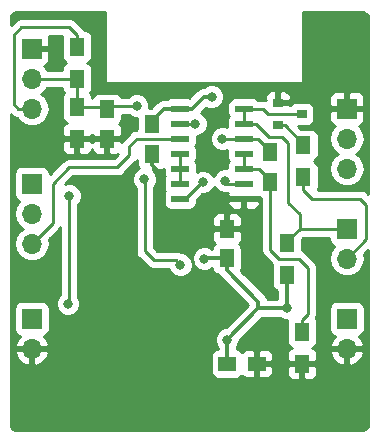
<source format=gbr>
G04 #@! TF.GenerationSoftware,KiCad,Pcbnew,(5.0.1-3-g963ef8bb5)*
G04 #@! TF.CreationDate,2019-01-23T22:51:25-05:00*
G04 #@! TF.ProjectId,WaterSpill,57617465725370696C6C2E6B69636164,rev?*
G04 #@! TF.SameCoordinates,Original*
G04 #@! TF.FileFunction,Copper,L2,Bot,Signal*
G04 #@! TF.FilePolarity,Positive*
%FSLAX46Y46*%
G04 Gerber Fmt 4.6, Leading zero omitted, Abs format (unit mm)*
G04 Created by KiCad (PCBNEW (5.0.1-3-g963ef8bb5)) date Wednesday, January 23, 2019 at 10:51:25 pm*
%MOMM*%
%LPD*%
G01*
G04 APERTURE LIST*
G04 #@! TA.AperFunction,ComponentPad*
%ADD10O,1.700000X1.700000*%
G04 #@! TD*
G04 #@! TA.AperFunction,ComponentPad*
%ADD11R,1.700000X1.700000*%
G04 #@! TD*
G04 #@! TA.AperFunction,SMDPad,CuDef*
%ADD12R,1.250000X1.500000*%
G04 #@! TD*
G04 #@! TA.AperFunction,SMDPad,CuDef*
%ADD13R,1.500000X1.250000*%
G04 #@! TD*
G04 #@! TA.AperFunction,SMDPad,CuDef*
%ADD14R,1.300000X1.500000*%
G04 #@! TD*
G04 #@! TA.AperFunction,SMDPad,CuDef*
%ADD15R,1.500000X0.600000*%
G04 #@! TD*
G04 #@! TA.AperFunction,SMDPad,CuDef*
%ADD16R,0.900000X0.800000*%
G04 #@! TD*
G04 #@! TA.AperFunction,ViaPad*
%ADD17C,0.800000*%
G04 #@! TD*
G04 #@! TA.AperFunction,Conductor*
%ADD18C,0.350000*%
G04 #@! TD*
G04 #@! TA.AperFunction,Conductor*
%ADD19C,0.250000*%
G04 #@! TD*
G04 #@! TA.AperFunction,Conductor*
%ADD20C,0.254000*%
G04 #@! TD*
G04 APERTURE END LIST*
D10*
G04 #@! TO.P,BT1,2*
G04 #@! TO.N,GND*
X30480000Y-45720000D03*
D11*
G04 #@! TO.P,BT1,1*
G04 #@! TO.N,VCC*
X30480000Y-43180000D03*
G04 #@! TD*
D12*
G04 #@! TO.P,C2,1*
G04 #@! TO.N,Net-(C2-Pad1)*
X50673000Y-31603000D03*
G04 #@! TO.P,C2,2*
G04 #@! TO.N,GPIO_14*
X50673000Y-29103000D03*
G04 #@! TD*
G04 #@! TO.P,C3,2*
G04 #@! TO.N,GND*
X40640000Y-29210000D03*
G04 #@! TO.P,C3,1*
G04 #@! TO.N,VCC*
X40640000Y-26710000D03*
G04 #@! TD*
D13*
G04 #@! TO.P,C4,1*
G04 #@! TO.N,VCC*
X47010000Y-46990000D03*
G04 #@! TO.P,C4,2*
G04 #@! TO.N,GND*
X49510000Y-46990000D03*
G04 #@! TD*
D12*
G04 #@! TO.P,C5,2*
G04 #@! TO.N,GND*
X36830000Y-27940000D03*
G04 #@! TO.P,C5,1*
G04 #@! TO.N,ADC*
X36830000Y-25440000D03*
G04 #@! TD*
G04 #@! TO.P,C7,1*
G04 #@! TO.N,GND*
X46990000Y-35580000D03*
G04 #@! TO.P,C7,2*
G04 #@! TO.N,VCC*
X46990000Y-38080000D03*
G04 #@! TD*
D10*
G04 #@! TO.P,J1,3*
G04 #@! TO.N,TXD*
X57150000Y-30480000D03*
G04 #@! TO.P,J1,2*
G04 #@! TO.N,Net-(D1-Pad1)*
X57150000Y-27940000D03*
D11*
G04 #@! TO.P,J1,1*
G04 #@! TO.N,GND*
X57150000Y-25400000D03*
G04 #@! TD*
D10*
G04 #@! TO.P,J2,2*
G04 #@! TO.N,GND*
X57150000Y-45720000D03*
D11*
G04 #@! TO.P,J2,1*
G04 #@! TO.N,Net-(J2-Pad1)*
X57150000Y-43180000D03*
G04 #@! TD*
D10*
G04 #@! TO.P,J3,3*
G04 #@! TO.N,Net-(J3-Pad3)*
X30480000Y-25400000D03*
G04 #@! TO.P,J3,2*
G04 #@! TO.N,ADC*
X30480000Y-22860000D03*
D11*
G04 #@! TO.P,J3,1*
G04 #@! TO.N,GND*
X30480000Y-20320000D03*
G04 #@! TD*
G04 #@! TO.P,J4,1*
G04 #@! TO.N,RESET*
X30480000Y-31750000D03*
D10*
G04 #@! TO.P,J4,2*
G04 #@! TO.N,GPIO_16*
X30480000Y-34290000D03*
G04 #@! TO.P,J4,3*
G04 #@! TO.N,Net-(J4-Pad3)*
X30480000Y-36830000D03*
G04 #@! TD*
D11*
G04 #@! TO.P,J5,1*
G04 #@! TO.N,Net-(J5-Pad1)*
X57150000Y-35560000D03*
D10*
G04 #@! TO.P,J5,2*
G04 #@! TO.N,Net-(J2-Pad1)*
X57150000Y-38100000D03*
G04 #@! TD*
D14*
G04 #@! TO.P,R7,2*
G04 #@! TO.N,Net-(J5-Pad1)*
X52070000Y-36750000D03*
G04 #@! TO.P,R7,1*
G04 #@! TO.N,VCC*
X52070000Y-39450000D03*
G04 #@! TD*
G04 #@! TO.P,R8,1*
G04 #@! TO.N,Net-(J2-Pad1)*
X53467000Y-31195000D03*
G04 #@! TO.P,R8,2*
G04 #@! TO.N,Net-(Q1-Pad1)*
X53467000Y-28495000D03*
G04 #@! TD*
G04 #@! TO.P,R9,1*
G04 #@! TO.N,Net-(C2-Pad1)*
X53340000Y-44290000D03*
G04 #@! TO.P,R9,2*
G04 #@! TO.N,GND*
X53340000Y-46990000D03*
G04 #@! TD*
G04 #@! TO.P,R10,2*
G04 #@! TO.N,ADC*
X34290000Y-22860000D03*
G04 #@! TO.P,R10,1*
G04 #@! TO.N,Net-(J3-Pad3)*
X34290000Y-20160000D03*
G04 #@! TD*
G04 #@! TO.P,R11,1*
G04 #@! TO.N,ADC*
X34290000Y-25240000D03*
G04 #@! TO.P,R11,2*
G04 #@! TO.N,GND*
X34290000Y-27940000D03*
G04 #@! TD*
D15*
G04 #@! TO.P,U2,14*
G04 #@! TO.N,VCC*
X43020000Y-25400000D03*
G04 #@! TO.P,U2,13*
G04 #@! TO.N,Net-(U2-Pad13)*
X43020000Y-26670000D03*
G04 #@! TO.P,U2,12*
G04 #@! TO.N,Net-(J4-Pad3)*
X43020000Y-27940000D03*
G04 #@! TO.P,U2,11*
G04 #@! TO.N,Net-(U2-Pad10)*
X43020000Y-29210000D03*
G04 #@! TO.P,U2,10*
X43020000Y-30480000D03*
G04 #@! TO.P,U2,9*
X43020000Y-31750000D03*
G04 #@! TO.P,U2,8*
G04 #@! TO.N,RESET*
X43020000Y-33020000D03*
G04 #@! TO.P,U2,7*
G04 #@! TO.N,GND*
X48420000Y-33020000D03*
G04 #@! TO.P,U2,6*
G04 #@! TO.N,Net-(U2-Pad13)*
X48420000Y-31750000D03*
G04 #@! TO.P,U2,5*
G04 #@! TO.N,Net-(C2-Pad1)*
X48420000Y-30480000D03*
G04 #@! TO.P,U2,4*
X48420000Y-29210000D03*
G04 #@! TO.P,U2,3*
G04 #@! TO.N,GPIO_14*
X48420000Y-27940000D03*
G04 #@! TO.P,U2,2*
G04 #@! TO.N,Net-(J5-Pad1)*
X48420000Y-26670000D03*
G04 #@! TO.P,U2,1*
X48420000Y-25400000D03*
G04 #@! TD*
D16*
G04 #@! TO.P,Q1,1*
G04 #@! TO.N,Net-(Q1-Pad1)*
X51308000Y-26797000D03*
G04 #@! TO.P,Q1,2*
G04 #@! TO.N,GND*
X51308000Y-24897000D03*
G04 #@! TO.P,Q1,3*
G04 #@! TO.N,Net-(J5-Pad1)*
X53308000Y-25847000D03*
G04 #@! TD*
D17*
G04 #@! TO.N,GND*
X40132000Y-50800000D03*
X35941000Y-18161000D03*
X31750000Y-29210000D03*
X55245000Y-31369000D03*
X55245000Y-39370000D03*
G04 #@! TO.N,VCC*
X45085000Y-38100000D03*
X46990000Y-44958000D03*
X52070000Y-42291000D03*
X45720000Y-24384000D03*
G04 #@! TO.N,Net-(C1-Pad1)*
X33655000Y-32766000D03*
X33528000Y-41910000D03*
G04 #@! TO.N,GPIO_14*
X46609000Y-27940000D03*
G04 #@! TO.N,ADC*
X39370000Y-25146000D03*
G04 #@! TO.N,RESET*
X44958000Y-31623000D03*
G04 #@! TO.N,GPIO_16*
X43053000Y-38608000D03*
X40005000Y-31369000D03*
G04 #@! TO.N,Net-(U2-Pad13)*
X44323000Y-26670000D03*
X46826000Y-31496000D03*
G04 #@! TD*
D18*
G04 #@! TO.N,GND*
X40640000Y-30210000D02*
X41164000Y-30734000D01*
X40640000Y-29210000D02*
X40640000Y-30210000D01*
G04 #@! TO.N,VCC*
X45105000Y-38080000D02*
X45085000Y-38100000D01*
X46990000Y-38080000D02*
X45105000Y-38080000D01*
X47010000Y-44978000D02*
X46990000Y-44958000D01*
X47010000Y-46990000D02*
X47010000Y-44978000D01*
X52070000Y-39450000D02*
X52070000Y-42291000D01*
X49657000Y-42291000D02*
X52070000Y-42291000D01*
X46990000Y-44958000D02*
X49657000Y-42291000D01*
X46990000Y-39080000D02*
X49657000Y-41747000D01*
X46990000Y-38080000D02*
X46990000Y-39080000D01*
X49657000Y-41747000D02*
X49657000Y-42291000D01*
X40640000Y-26710000D02*
X40640000Y-26416000D01*
X41656000Y-25400000D02*
X43020000Y-25400000D01*
X40640000Y-26416000D02*
X41656000Y-25400000D01*
X44020000Y-25400000D02*
X45036000Y-24384000D01*
X43020000Y-25400000D02*
X44020000Y-25400000D01*
X45036000Y-24384000D02*
X45720000Y-24384000D01*
D19*
G04 #@! TO.N,Net-(C1-Pad1)*
X33655000Y-41783000D02*
X33528000Y-41910000D01*
X33655000Y-32766000D02*
X33655000Y-41783000D01*
G04 #@! TO.N,Net-(C2-Pad1)*
X48420000Y-29210000D02*
X48420000Y-30480000D01*
X50673000Y-31478000D02*
X50673000Y-31603000D01*
X49675000Y-30480000D02*
X50673000Y-31478000D01*
X48420000Y-30480000D02*
X49675000Y-30480000D01*
X53340000Y-43290000D02*
X53848000Y-42782000D01*
X53340000Y-44290000D02*
X53340000Y-43290000D01*
X53848000Y-42782000D02*
X53848000Y-38862000D01*
X53848000Y-38862000D02*
X53086000Y-38100000D01*
X53086000Y-38100000D02*
X51435000Y-38100000D01*
X51435000Y-38100000D02*
X50673000Y-37338000D01*
X50673000Y-37338000D02*
X50673000Y-31603000D01*
G04 #@! TO.N,GPIO_14*
X48420000Y-27940000D02*
X46609000Y-27940000D01*
X50673000Y-28978000D02*
X50673000Y-29103000D01*
X49635000Y-27940000D02*
X50673000Y-28978000D01*
X48420000Y-27940000D02*
X49635000Y-27940000D01*
G04 #@! TO.N,ADC*
X30480000Y-22860000D02*
X34290000Y-22860000D01*
X34290000Y-22860000D02*
X34290000Y-25240000D01*
X36630000Y-25240000D02*
X36830000Y-25440000D01*
X34290000Y-25240000D02*
X36630000Y-25240000D01*
X37124000Y-25146000D02*
X36830000Y-25440000D01*
X39370000Y-25146000D02*
X37124000Y-25146000D01*
G04 #@! TO.N,Net-(J2-Pad1)*
X53467000Y-32258000D02*
X53467000Y-31195000D01*
X58293000Y-33020000D02*
X54229000Y-33020000D01*
X54229000Y-33020000D02*
X53467000Y-32258000D01*
X58801000Y-33528000D02*
X58293000Y-33020000D01*
X58801000Y-36449000D02*
X58801000Y-33528000D01*
X57150000Y-38100000D02*
X58801000Y-36449000D01*
G04 #@! TO.N,Net-(J3-Pad3)*
X34290000Y-19160000D02*
X34290000Y-20160000D01*
X30480000Y-25400000D02*
X29277919Y-25400000D01*
X29574000Y-18525000D02*
X33655000Y-18525000D01*
X33655000Y-18525000D02*
X34290000Y-19160000D01*
X28922000Y-19177000D02*
X29574000Y-18525000D01*
X28922000Y-25044081D02*
X28922000Y-19177000D01*
X29277919Y-25400000D02*
X28922000Y-25044081D01*
G04 #@! TO.N,RESET*
X44867000Y-31623000D02*
X44958000Y-31623000D01*
X43470000Y-33020000D02*
X44867000Y-31623000D01*
X43020000Y-33020000D02*
X43470000Y-33020000D01*
G04 #@! TO.N,GPIO_16*
X42653001Y-38208001D02*
X40785999Y-38208001D01*
X43053000Y-38608000D02*
X42653001Y-38208001D01*
X40785999Y-38208001D02*
X40042998Y-37465000D01*
X40042998Y-31406998D02*
X40005000Y-31369000D01*
X40042998Y-37465000D02*
X40042998Y-31406998D01*
G04 #@! TO.N,Net-(J4-Pad3)*
X32258000Y-31750000D02*
X32258000Y-35052000D01*
X32258000Y-35052000D02*
X30480000Y-36830000D01*
X37719000Y-30353000D02*
X33655000Y-30353000D01*
X38735000Y-28575000D02*
X38735000Y-29337000D01*
X33655000Y-30353000D02*
X32258000Y-31750000D01*
X39370000Y-27940000D02*
X38735000Y-28575000D01*
X38735000Y-29337000D02*
X37719000Y-30353000D01*
X43020000Y-27940000D02*
X39370000Y-27940000D01*
G04 #@! TO.N,Net-(J5-Pad1)*
X48420000Y-25400000D02*
X48420000Y-26670000D01*
X52070000Y-36650000D02*
X52070000Y-36750000D01*
X53160000Y-35560000D02*
X52070000Y-36650000D01*
X57150000Y-35560000D02*
X53160000Y-35560000D01*
X53160000Y-34364000D02*
X53160000Y-35560000D01*
X52197000Y-33401000D02*
X53160000Y-34364000D01*
X52197000Y-33401000D02*
X52197000Y-28321000D01*
X52197000Y-28321000D02*
X51689000Y-27813000D01*
X49420000Y-26670000D02*
X48420000Y-26670000D01*
X50563000Y-27813000D02*
X49420000Y-26670000D01*
X51689000Y-27813000D02*
X50563000Y-27813000D01*
X50033000Y-25400000D02*
X48420000Y-25400000D01*
X50480000Y-25847000D02*
X50033000Y-25400000D01*
X53308000Y-25847000D02*
X50480000Y-25847000D01*
G04 #@! TO.N,Net-(U2-Pad13)*
X43020000Y-26670000D02*
X44323000Y-26670000D01*
X44323000Y-26670000D02*
X44323000Y-26670000D01*
X48420000Y-31750000D02*
X46990000Y-31750000D01*
X46826000Y-31586000D02*
X46826000Y-31496000D01*
X46990000Y-31750000D02*
X46826000Y-31586000D01*
G04 #@! TO.N,Net-(U2-Pad10)*
X43020000Y-29210000D02*
X43020000Y-30480000D01*
X43020000Y-31750000D02*
X43020000Y-30480000D01*
G04 #@! TO.N,Net-(Q1-Pad1)*
X53467000Y-28395000D02*
X53467000Y-28495000D01*
X51869000Y-26797000D02*
X53467000Y-28395000D01*
X51308000Y-26797000D02*
X51869000Y-26797000D01*
G04 #@! TD*
D20*
G04 #@! TO.N,GND*
G36*
X33041843Y-23857765D02*
X33170291Y-24050000D01*
X33041843Y-24242235D01*
X32992560Y-24490000D01*
X32992560Y-25990000D01*
X33041843Y-26237765D01*
X33182191Y-26447809D01*
X33392235Y-26588157D01*
X33420209Y-26593721D01*
X33280301Y-26651673D01*
X33101673Y-26830302D01*
X33005000Y-27063691D01*
X33005000Y-27654250D01*
X33163750Y-27813000D01*
X34163000Y-27813000D01*
X34163000Y-27793000D01*
X34417000Y-27793000D01*
X34417000Y-27813000D01*
X35416250Y-27813000D01*
X35572500Y-27656750D01*
X35728750Y-27813000D01*
X36703000Y-27813000D01*
X36703000Y-27793000D01*
X36957000Y-27793000D01*
X36957000Y-27813000D01*
X37931250Y-27813000D01*
X38090000Y-27654250D01*
X38090000Y-27063691D01*
X37993327Y-26830302D01*
X37851680Y-26688654D01*
X37912809Y-26647809D01*
X38053157Y-26437765D01*
X38102440Y-26190000D01*
X38102440Y-25906000D01*
X38666289Y-25906000D01*
X38783720Y-26023431D01*
X39164126Y-26181000D01*
X39367560Y-26181000D01*
X39367560Y-27165597D01*
X39295152Y-27180000D01*
X39295148Y-27180000D01*
X39073463Y-27224096D01*
X38822071Y-27392071D01*
X38779671Y-27455527D01*
X38250530Y-27984669D01*
X38187071Y-28027071D01*
X38068610Y-28204360D01*
X37931250Y-28067000D01*
X36957000Y-28067000D01*
X36957000Y-29166250D01*
X37115750Y-29325000D01*
X37581310Y-29325000D01*
X37736466Y-29260732D01*
X37404199Y-29593000D01*
X33729846Y-29593000D01*
X33654999Y-29578112D01*
X33580152Y-29593000D01*
X33580148Y-29593000D01*
X33358463Y-29637096D01*
X33295902Y-29678898D01*
X33170526Y-29762671D01*
X33170524Y-29762673D01*
X33107071Y-29805071D01*
X33064673Y-29868524D01*
X31977440Y-30955759D01*
X31977440Y-30900000D01*
X31928157Y-30652235D01*
X31787809Y-30442191D01*
X31577765Y-30301843D01*
X31330000Y-30252560D01*
X29630000Y-30252560D01*
X29382235Y-30301843D01*
X29172191Y-30442191D01*
X29031843Y-30652235D01*
X28982560Y-30900000D01*
X28982560Y-32600000D01*
X29031843Y-32847765D01*
X29172191Y-33057809D01*
X29382235Y-33198157D01*
X29427619Y-33207184D01*
X29409375Y-33219375D01*
X29081161Y-33710582D01*
X28965908Y-34290000D01*
X29081161Y-34869418D01*
X29409375Y-35360625D01*
X29707761Y-35560000D01*
X29409375Y-35759375D01*
X29081161Y-36250582D01*
X28965908Y-36830000D01*
X29081161Y-37409418D01*
X29409375Y-37900625D01*
X29900582Y-38228839D01*
X30333744Y-38315000D01*
X30626256Y-38315000D01*
X31059418Y-38228839D01*
X31550625Y-37900625D01*
X31878839Y-37409418D01*
X31994092Y-36830000D01*
X31921209Y-36463592D01*
X32742473Y-35642329D01*
X32805929Y-35599929D01*
X32895000Y-35466625D01*
X32895001Y-41079288D01*
X32650569Y-41323720D01*
X32493000Y-41704126D01*
X32493000Y-42115874D01*
X32650569Y-42496280D01*
X32941720Y-42787431D01*
X33322126Y-42945000D01*
X33733874Y-42945000D01*
X34114280Y-42787431D01*
X34405431Y-42496280D01*
X34563000Y-42115874D01*
X34563000Y-41704126D01*
X34415000Y-41346822D01*
X34415000Y-33469711D01*
X34532431Y-33352280D01*
X34690000Y-32971874D01*
X34690000Y-32560126D01*
X34532431Y-32179720D01*
X34241280Y-31888569D01*
X33860874Y-31731000D01*
X33449126Y-31731000D01*
X33282983Y-31799818D01*
X33969803Y-31113000D01*
X37644153Y-31113000D01*
X37719000Y-31127888D01*
X37793847Y-31113000D01*
X37793852Y-31113000D01*
X38015537Y-31068904D01*
X38266929Y-30900929D01*
X38309331Y-30837470D01*
X39219473Y-29927329D01*
X39282929Y-29884929D01*
X39380000Y-29739652D01*
X39380000Y-30086309D01*
X39476673Y-30319698D01*
X39581230Y-30424255D01*
X39418720Y-30491569D01*
X39127569Y-30782720D01*
X38970000Y-31163126D01*
X38970000Y-31574874D01*
X39127569Y-31955280D01*
X39282999Y-32110710D01*
X39282998Y-37390153D01*
X39268110Y-37465000D01*
X39282998Y-37539847D01*
X39282998Y-37539851D01*
X39327094Y-37761536D01*
X39495069Y-38012929D01*
X39558528Y-38055331D01*
X40195669Y-38692473D01*
X40238070Y-38755930D01*
X40489462Y-38923905D01*
X40711147Y-38968001D01*
X40711151Y-38968001D01*
X40785998Y-38982889D01*
X40860845Y-38968001D01*
X42081841Y-38968001D01*
X42175569Y-39194280D01*
X42466720Y-39485431D01*
X42847126Y-39643000D01*
X43258874Y-39643000D01*
X43639280Y-39485431D01*
X43930431Y-39194280D01*
X44088000Y-38813874D01*
X44088000Y-38402126D01*
X43930431Y-38021720D01*
X43639280Y-37730569D01*
X43258874Y-37573000D01*
X43070618Y-37573000D01*
X42949538Y-37492097D01*
X42727853Y-37448001D01*
X42727848Y-37448001D01*
X42653001Y-37433113D01*
X42578154Y-37448001D01*
X41100801Y-37448001D01*
X40802998Y-37150199D01*
X40802998Y-34703691D01*
X45730000Y-34703691D01*
X45730000Y-35294250D01*
X45888750Y-35453000D01*
X46863000Y-35453000D01*
X46863000Y-34353750D01*
X47117000Y-34353750D01*
X47117000Y-35453000D01*
X48091250Y-35453000D01*
X48250000Y-35294250D01*
X48250000Y-34703691D01*
X48153327Y-34470302D01*
X47974699Y-34291673D01*
X47741310Y-34195000D01*
X47275750Y-34195000D01*
X47117000Y-34353750D01*
X46863000Y-34353750D01*
X46704250Y-34195000D01*
X46238690Y-34195000D01*
X46005301Y-34291673D01*
X45826673Y-34470302D01*
X45730000Y-34703691D01*
X40802998Y-34703691D01*
X40802998Y-32034713D01*
X40882431Y-31955280D01*
X41040000Y-31574874D01*
X41040000Y-31163126D01*
X40882431Y-30782720D01*
X40694711Y-30595000D01*
X40767002Y-30595000D01*
X40767002Y-30436252D01*
X40925750Y-30595000D01*
X41391310Y-30595000D01*
X41622560Y-30499213D01*
X41622560Y-30780000D01*
X41671843Y-31027765D01*
X41730132Y-31115000D01*
X41671843Y-31202235D01*
X41622560Y-31450000D01*
X41622560Y-32050000D01*
X41671843Y-32297765D01*
X41730132Y-32385000D01*
X41671843Y-32472235D01*
X41622560Y-32720000D01*
X41622560Y-33320000D01*
X41671843Y-33567765D01*
X41812191Y-33777809D01*
X42022235Y-33918157D01*
X42270000Y-33967440D01*
X43770000Y-33967440D01*
X44017765Y-33918157D01*
X44227809Y-33777809D01*
X44368157Y-33567765D01*
X44417440Y-33320000D01*
X44417440Y-33305750D01*
X47035000Y-33305750D01*
X47035000Y-33446310D01*
X47131673Y-33679699D01*
X47310302Y-33858327D01*
X47543691Y-33955000D01*
X48134250Y-33955000D01*
X48293000Y-33796250D01*
X48293000Y-33147000D01*
X48547000Y-33147000D01*
X48547000Y-33796250D01*
X48705750Y-33955000D01*
X49296309Y-33955000D01*
X49529698Y-33858327D01*
X49708327Y-33679699D01*
X49805000Y-33446310D01*
X49805000Y-33305750D01*
X49646250Y-33147000D01*
X48547000Y-33147000D01*
X48293000Y-33147000D01*
X47193750Y-33147000D01*
X47035000Y-33305750D01*
X44417440Y-33305750D01*
X44417440Y-33147362D01*
X44906802Y-32658000D01*
X45163874Y-32658000D01*
X45544280Y-32500431D01*
X45835431Y-32209280D01*
X45918303Y-32009210D01*
X45948569Y-32082280D01*
X46239720Y-32373431D01*
X46620126Y-32531000D01*
X47031874Y-32531000D01*
X47066992Y-32516453D01*
X47035000Y-32593690D01*
X47035000Y-32734250D01*
X47193750Y-32893000D01*
X48293000Y-32893000D01*
X48293000Y-32873000D01*
X48547000Y-32873000D01*
X48547000Y-32893000D01*
X49646250Y-32893000D01*
X49673066Y-32866184D01*
X49800235Y-32951157D01*
X49913001Y-32973587D01*
X49913000Y-37263153D01*
X49898112Y-37338000D01*
X49913000Y-37412847D01*
X49913000Y-37412851D01*
X49957096Y-37634536D01*
X50125071Y-37885929D01*
X50188530Y-37928331D01*
X50803691Y-38543493D01*
X50772560Y-38700000D01*
X50772560Y-40200000D01*
X50821843Y-40447765D01*
X50962191Y-40657809D01*
X51172235Y-40798157D01*
X51260000Y-40815614D01*
X51260001Y-41481000D01*
X50429958Y-41481000D01*
X50420003Y-41430953D01*
X50286165Y-41230652D01*
X50240977Y-41163023D01*
X50173347Y-41117834D01*
X48181162Y-39125649D01*
X48213157Y-39077765D01*
X48262440Y-38830000D01*
X48262440Y-37330000D01*
X48213157Y-37082235D01*
X48072809Y-36872191D01*
X48011680Y-36831346D01*
X48153327Y-36689698D01*
X48250000Y-36456309D01*
X48250000Y-35865750D01*
X48091250Y-35707000D01*
X47117000Y-35707000D01*
X47117000Y-35727000D01*
X46863000Y-35727000D01*
X46863000Y-35707000D01*
X45888750Y-35707000D01*
X45730000Y-35865750D01*
X45730000Y-36456309D01*
X45826673Y-36689698D01*
X45968320Y-36831346D01*
X45907191Y-36872191D01*
X45766843Y-37082235D01*
X45729495Y-37270000D01*
X45718711Y-37270000D01*
X45671280Y-37222569D01*
X45290874Y-37065000D01*
X44879126Y-37065000D01*
X44498720Y-37222569D01*
X44207569Y-37513720D01*
X44050000Y-37894126D01*
X44050000Y-38305874D01*
X44207569Y-38686280D01*
X44498720Y-38977431D01*
X44879126Y-39135000D01*
X45290874Y-39135000D01*
X45671280Y-38977431D01*
X45734342Y-38914369D01*
X45766843Y-39077765D01*
X45907191Y-39287809D01*
X46117235Y-39428157D01*
X46268567Y-39458259D01*
X46406024Y-39663977D01*
X46473654Y-39709166D01*
X48783487Y-42019000D01*
X46879488Y-43923000D01*
X46784126Y-43923000D01*
X46403720Y-44080569D01*
X46112569Y-44371720D01*
X45955000Y-44752126D01*
X45955000Y-45163874D01*
X46112569Y-45544280D01*
X46200001Y-45631712D01*
X46200001Y-45729494D01*
X46012235Y-45766843D01*
X45802191Y-45907191D01*
X45661843Y-46117235D01*
X45612560Y-46365000D01*
X45612560Y-47615000D01*
X45661843Y-47862765D01*
X45802191Y-48072809D01*
X46012235Y-48213157D01*
X46260000Y-48262440D01*
X47760000Y-48262440D01*
X48007765Y-48213157D01*
X48217809Y-48072809D01*
X48258654Y-48011680D01*
X48400302Y-48153327D01*
X48633691Y-48250000D01*
X49224250Y-48250000D01*
X49383000Y-48091250D01*
X49383000Y-47117000D01*
X49637000Y-47117000D01*
X49637000Y-48091250D01*
X49795750Y-48250000D01*
X50386309Y-48250000D01*
X50619698Y-48153327D01*
X50798327Y-47974699D01*
X50895000Y-47741310D01*
X50895000Y-47275750D01*
X52055000Y-47275750D01*
X52055000Y-47866309D01*
X52151673Y-48099698D01*
X52330301Y-48278327D01*
X52563690Y-48375000D01*
X53054250Y-48375000D01*
X53213000Y-48216250D01*
X53213000Y-47117000D01*
X53467000Y-47117000D01*
X53467000Y-48216250D01*
X53625750Y-48375000D01*
X54116310Y-48375000D01*
X54349699Y-48278327D01*
X54528327Y-48099698D01*
X54625000Y-47866309D01*
X54625000Y-47275750D01*
X54466250Y-47117000D01*
X53467000Y-47117000D01*
X53213000Y-47117000D01*
X52213750Y-47117000D01*
X52055000Y-47275750D01*
X50895000Y-47275750D01*
X50736250Y-47117000D01*
X49637000Y-47117000D01*
X49383000Y-47117000D01*
X49363000Y-47117000D01*
X49363000Y-46863000D01*
X49383000Y-46863000D01*
X49383000Y-45888750D01*
X49637000Y-45888750D01*
X49637000Y-46863000D01*
X50736250Y-46863000D01*
X50895000Y-46704250D01*
X50895000Y-46238690D01*
X50798327Y-46005301D01*
X50619698Y-45826673D01*
X50386309Y-45730000D01*
X49795750Y-45730000D01*
X49637000Y-45888750D01*
X49383000Y-45888750D01*
X49224250Y-45730000D01*
X48633691Y-45730000D01*
X48400302Y-45826673D01*
X48258654Y-45968320D01*
X48217809Y-45907191D01*
X48007765Y-45766843D01*
X47820000Y-45729495D01*
X47820000Y-45591711D01*
X47867431Y-45544280D01*
X48025000Y-45163874D01*
X48025000Y-45068512D01*
X49992513Y-43101000D01*
X51416289Y-43101000D01*
X51483720Y-43168431D01*
X51864126Y-43326000D01*
X52085127Y-43326000D01*
X52042560Y-43540000D01*
X52042560Y-45040000D01*
X52091843Y-45287765D01*
X52232191Y-45497809D01*
X52442235Y-45638157D01*
X52470209Y-45643721D01*
X52330301Y-45701673D01*
X52151673Y-45880302D01*
X52055000Y-46113691D01*
X52055000Y-46704250D01*
X52213750Y-46863000D01*
X53213000Y-46863000D01*
X53213000Y-46843000D01*
X53467000Y-46843000D01*
X53467000Y-46863000D01*
X54466250Y-46863000D01*
X54625000Y-46704250D01*
X54625000Y-46113691D01*
X54609757Y-46076890D01*
X55708524Y-46076890D01*
X55878355Y-46486924D01*
X56268642Y-46915183D01*
X56793108Y-47161486D01*
X57023000Y-47040819D01*
X57023000Y-45847000D01*
X57277000Y-45847000D01*
X57277000Y-47040819D01*
X57506892Y-47161486D01*
X58031358Y-46915183D01*
X58421645Y-46486924D01*
X58591476Y-46076890D01*
X58470155Y-45847000D01*
X57277000Y-45847000D01*
X57023000Y-45847000D01*
X55829845Y-45847000D01*
X55708524Y-46076890D01*
X54609757Y-46076890D01*
X54528327Y-45880302D01*
X54349699Y-45701673D01*
X54209791Y-45643721D01*
X54237765Y-45638157D01*
X54447809Y-45497809D01*
X54588157Y-45287765D01*
X54637440Y-45040000D01*
X54637440Y-43540000D01*
X54588157Y-43292235D01*
X54504636Y-43167238D01*
X54538292Y-43116868D01*
X54563904Y-43078537D01*
X54608000Y-42856852D01*
X54608000Y-42856848D01*
X54622888Y-42782001D01*
X54608000Y-42707154D01*
X54608000Y-42330000D01*
X55652560Y-42330000D01*
X55652560Y-44030000D01*
X55701843Y-44277765D01*
X55842191Y-44487809D01*
X56052235Y-44628157D01*
X56155708Y-44648739D01*
X55878355Y-44953076D01*
X55708524Y-45363110D01*
X55829845Y-45593000D01*
X57023000Y-45593000D01*
X57023000Y-45573000D01*
X57277000Y-45573000D01*
X57277000Y-45593000D01*
X58470155Y-45593000D01*
X58591476Y-45363110D01*
X58421645Y-44953076D01*
X58144292Y-44648739D01*
X58247765Y-44628157D01*
X58457809Y-44487809D01*
X58598157Y-44277765D01*
X58647440Y-44030000D01*
X58647440Y-42330000D01*
X58598157Y-42082235D01*
X58457809Y-41872191D01*
X58247765Y-41731843D01*
X58000000Y-41682560D01*
X56300000Y-41682560D01*
X56052235Y-41731843D01*
X55842191Y-41872191D01*
X55701843Y-42082235D01*
X55652560Y-42330000D01*
X54608000Y-42330000D01*
X54608000Y-38936848D01*
X54622888Y-38862000D01*
X54608000Y-38787152D01*
X54608000Y-38787148D01*
X54563904Y-38565463D01*
X54563904Y-38565462D01*
X54438329Y-38377527D01*
X54395929Y-38314071D01*
X54332473Y-38271671D01*
X53676331Y-37615530D01*
X53633929Y-37552071D01*
X53382537Y-37384096D01*
X53367440Y-37381093D01*
X53367440Y-36427362D01*
X53474802Y-36320000D01*
X55652560Y-36320000D01*
X55652560Y-36410000D01*
X55701843Y-36657765D01*
X55842191Y-36867809D01*
X56052235Y-37008157D01*
X56097619Y-37017184D01*
X56079375Y-37029375D01*
X55751161Y-37520582D01*
X55635908Y-38100000D01*
X55751161Y-38679418D01*
X56079375Y-39170625D01*
X56570582Y-39498839D01*
X57003744Y-39585000D01*
X57296256Y-39585000D01*
X57729418Y-39498839D01*
X58220625Y-39170625D01*
X58548839Y-38679418D01*
X58664092Y-38100000D01*
X58591209Y-37733592D01*
X58955001Y-37369801D01*
X58955001Y-52142388D01*
X58955681Y-52145804D01*
X58935935Y-52257787D01*
X58840596Y-52422919D01*
X58694524Y-52545488D01*
X58517366Y-52609968D01*
X58492388Y-52605000D01*
X29137612Y-52605000D01*
X29134193Y-52605680D01*
X29022213Y-52585935D01*
X28857081Y-52490596D01*
X28734512Y-52344524D01*
X28670032Y-52167366D01*
X28675000Y-52142388D01*
X28675000Y-46076890D01*
X29038524Y-46076890D01*
X29208355Y-46486924D01*
X29598642Y-46915183D01*
X30123108Y-47161486D01*
X30353000Y-47040819D01*
X30353000Y-45847000D01*
X30607000Y-45847000D01*
X30607000Y-47040819D01*
X30836892Y-47161486D01*
X31361358Y-46915183D01*
X31751645Y-46486924D01*
X31921476Y-46076890D01*
X31800155Y-45847000D01*
X30607000Y-45847000D01*
X30353000Y-45847000D01*
X29159845Y-45847000D01*
X29038524Y-46076890D01*
X28675000Y-46076890D01*
X28675000Y-42330000D01*
X28982560Y-42330000D01*
X28982560Y-44030000D01*
X29031843Y-44277765D01*
X29172191Y-44487809D01*
X29382235Y-44628157D01*
X29485708Y-44648739D01*
X29208355Y-44953076D01*
X29038524Y-45363110D01*
X29159845Y-45593000D01*
X30353000Y-45593000D01*
X30353000Y-45573000D01*
X30607000Y-45573000D01*
X30607000Y-45593000D01*
X31800155Y-45593000D01*
X31921476Y-45363110D01*
X31751645Y-44953076D01*
X31474292Y-44648739D01*
X31577765Y-44628157D01*
X31787809Y-44487809D01*
X31928157Y-44277765D01*
X31977440Y-44030000D01*
X31977440Y-42330000D01*
X31928157Y-42082235D01*
X31787809Y-41872191D01*
X31577765Y-41731843D01*
X31330000Y-41682560D01*
X29630000Y-41682560D01*
X29382235Y-41731843D01*
X29172191Y-41872191D01*
X29031843Y-42082235D01*
X28982560Y-42330000D01*
X28675000Y-42330000D01*
X28675000Y-28225750D01*
X33005000Y-28225750D01*
X33005000Y-28816309D01*
X33101673Y-29049698D01*
X33280301Y-29228327D01*
X33513690Y-29325000D01*
X34004250Y-29325000D01*
X34163000Y-29166250D01*
X34163000Y-28067000D01*
X34417000Y-28067000D01*
X34417000Y-29166250D01*
X34575750Y-29325000D01*
X35066310Y-29325000D01*
X35299699Y-29228327D01*
X35478327Y-29049698D01*
X35572500Y-28822345D01*
X35666673Y-29049698D01*
X35845301Y-29228327D01*
X36078690Y-29325000D01*
X36544250Y-29325000D01*
X36703000Y-29166250D01*
X36703000Y-28067000D01*
X35728750Y-28067000D01*
X35572500Y-28223250D01*
X35416250Y-28067000D01*
X34417000Y-28067000D01*
X34163000Y-28067000D01*
X33163750Y-28067000D01*
X33005000Y-28225750D01*
X28675000Y-28225750D01*
X28675000Y-25871883D01*
X28687590Y-25884472D01*
X28729990Y-25947929D01*
X28981382Y-26115904D01*
X29201631Y-26159714D01*
X29409375Y-26470625D01*
X29900582Y-26798839D01*
X30333744Y-26885000D01*
X30626256Y-26885000D01*
X31059418Y-26798839D01*
X31550625Y-26470625D01*
X31878839Y-25979418D01*
X31994092Y-25400000D01*
X31878839Y-24820582D01*
X31550625Y-24329375D01*
X31252239Y-24130000D01*
X31550625Y-23930625D01*
X31758178Y-23620000D01*
X32994549Y-23620000D01*
X33041843Y-23857765D01*
X33041843Y-23857765D01*
G37*
X33041843Y-23857765D02*
X33170291Y-24050000D01*
X33041843Y-24242235D01*
X32992560Y-24490000D01*
X32992560Y-25990000D01*
X33041843Y-26237765D01*
X33182191Y-26447809D01*
X33392235Y-26588157D01*
X33420209Y-26593721D01*
X33280301Y-26651673D01*
X33101673Y-26830302D01*
X33005000Y-27063691D01*
X33005000Y-27654250D01*
X33163750Y-27813000D01*
X34163000Y-27813000D01*
X34163000Y-27793000D01*
X34417000Y-27793000D01*
X34417000Y-27813000D01*
X35416250Y-27813000D01*
X35572500Y-27656750D01*
X35728750Y-27813000D01*
X36703000Y-27813000D01*
X36703000Y-27793000D01*
X36957000Y-27793000D01*
X36957000Y-27813000D01*
X37931250Y-27813000D01*
X38090000Y-27654250D01*
X38090000Y-27063691D01*
X37993327Y-26830302D01*
X37851680Y-26688654D01*
X37912809Y-26647809D01*
X38053157Y-26437765D01*
X38102440Y-26190000D01*
X38102440Y-25906000D01*
X38666289Y-25906000D01*
X38783720Y-26023431D01*
X39164126Y-26181000D01*
X39367560Y-26181000D01*
X39367560Y-27165597D01*
X39295152Y-27180000D01*
X39295148Y-27180000D01*
X39073463Y-27224096D01*
X38822071Y-27392071D01*
X38779671Y-27455527D01*
X38250530Y-27984669D01*
X38187071Y-28027071D01*
X38068610Y-28204360D01*
X37931250Y-28067000D01*
X36957000Y-28067000D01*
X36957000Y-29166250D01*
X37115750Y-29325000D01*
X37581310Y-29325000D01*
X37736466Y-29260732D01*
X37404199Y-29593000D01*
X33729846Y-29593000D01*
X33654999Y-29578112D01*
X33580152Y-29593000D01*
X33580148Y-29593000D01*
X33358463Y-29637096D01*
X33295902Y-29678898D01*
X33170526Y-29762671D01*
X33170524Y-29762673D01*
X33107071Y-29805071D01*
X33064673Y-29868524D01*
X31977440Y-30955759D01*
X31977440Y-30900000D01*
X31928157Y-30652235D01*
X31787809Y-30442191D01*
X31577765Y-30301843D01*
X31330000Y-30252560D01*
X29630000Y-30252560D01*
X29382235Y-30301843D01*
X29172191Y-30442191D01*
X29031843Y-30652235D01*
X28982560Y-30900000D01*
X28982560Y-32600000D01*
X29031843Y-32847765D01*
X29172191Y-33057809D01*
X29382235Y-33198157D01*
X29427619Y-33207184D01*
X29409375Y-33219375D01*
X29081161Y-33710582D01*
X28965908Y-34290000D01*
X29081161Y-34869418D01*
X29409375Y-35360625D01*
X29707761Y-35560000D01*
X29409375Y-35759375D01*
X29081161Y-36250582D01*
X28965908Y-36830000D01*
X29081161Y-37409418D01*
X29409375Y-37900625D01*
X29900582Y-38228839D01*
X30333744Y-38315000D01*
X30626256Y-38315000D01*
X31059418Y-38228839D01*
X31550625Y-37900625D01*
X31878839Y-37409418D01*
X31994092Y-36830000D01*
X31921209Y-36463592D01*
X32742473Y-35642329D01*
X32805929Y-35599929D01*
X32895000Y-35466625D01*
X32895001Y-41079288D01*
X32650569Y-41323720D01*
X32493000Y-41704126D01*
X32493000Y-42115874D01*
X32650569Y-42496280D01*
X32941720Y-42787431D01*
X33322126Y-42945000D01*
X33733874Y-42945000D01*
X34114280Y-42787431D01*
X34405431Y-42496280D01*
X34563000Y-42115874D01*
X34563000Y-41704126D01*
X34415000Y-41346822D01*
X34415000Y-33469711D01*
X34532431Y-33352280D01*
X34690000Y-32971874D01*
X34690000Y-32560126D01*
X34532431Y-32179720D01*
X34241280Y-31888569D01*
X33860874Y-31731000D01*
X33449126Y-31731000D01*
X33282983Y-31799818D01*
X33969803Y-31113000D01*
X37644153Y-31113000D01*
X37719000Y-31127888D01*
X37793847Y-31113000D01*
X37793852Y-31113000D01*
X38015537Y-31068904D01*
X38266929Y-30900929D01*
X38309331Y-30837470D01*
X39219473Y-29927329D01*
X39282929Y-29884929D01*
X39380000Y-29739652D01*
X39380000Y-30086309D01*
X39476673Y-30319698D01*
X39581230Y-30424255D01*
X39418720Y-30491569D01*
X39127569Y-30782720D01*
X38970000Y-31163126D01*
X38970000Y-31574874D01*
X39127569Y-31955280D01*
X39282999Y-32110710D01*
X39282998Y-37390153D01*
X39268110Y-37465000D01*
X39282998Y-37539847D01*
X39282998Y-37539851D01*
X39327094Y-37761536D01*
X39495069Y-38012929D01*
X39558528Y-38055331D01*
X40195669Y-38692473D01*
X40238070Y-38755930D01*
X40489462Y-38923905D01*
X40711147Y-38968001D01*
X40711151Y-38968001D01*
X40785998Y-38982889D01*
X40860845Y-38968001D01*
X42081841Y-38968001D01*
X42175569Y-39194280D01*
X42466720Y-39485431D01*
X42847126Y-39643000D01*
X43258874Y-39643000D01*
X43639280Y-39485431D01*
X43930431Y-39194280D01*
X44088000Y-38813874D01*
X44088000Y-38402126D01*
X43930431Y-38021720D01*
X43639280Y-37730569D01*
X43258874Y-37573000D01*
X43070618Y-37573000D01*
X42949538Y-37492097D01*
X42727853Y-37448001D01*
X42727848Y-37448001D01*
X42653001Y-37433113D01*
X42578154Y-37448001D01*
X41100801Y-37448001D01*
X40802998Y-37150199D01*
X40802998Y-34703691D01*
X45730000Y-34703691D01*
X45730000Y-35294250D01*
X45888750Y-35453000D01*
X46863000Y-35453000D01*
X46863000Y-34353750D01*
X47117000Y-34353750D01*
X47117000Y-35453000D01*
X48091250Y-35453000D01*
X48250000Y-35294250D01*
X48250000Y-34703691D01*
X48153327Y-34470302D01*
X47974699Y-34291673D01*
X47741310Y-34195000D01*
X47275750Y-34195000D01*
X47117000Y-34353750D01*
X46863000Y-34353750D01*
X46704250Y-34195000D01*
X46238690Y-34195000D01*
X46005301Y-34291673D01*
X45826673Y-34470302D01*
X45730000Y-34703691D01*
X40802998Y-34703691D01*
X40802998Y-32034713D01*
X40882431Y-31955280D01*
X41040000Y-31574874D01*
X41040000Y-31163126D01*
X40882431Y-30782720D01*
X40694711Y-30595000D01*
X40767002Y-30595000D01*
X40767002Y-30436252D01*
X40925750Y-30595000D01*
X41391310Y-30595000D01*
X41622560Y-30499213D01*
X41622560Y-30780000D01*
X41671843Y-31027765D01*
X41730132Y-31115000D01*
X41671843Y-31202235D01*
X41622560Y-31450000D01*
X41622560Y-32050000D01*
X41671843Y-32297765D01*
X41730132Y-32385000D01*
X41671843Y-32472235D01*
X41622560Y-32720000D01*
X41622560Y-33320000D01*
X41671843Y-33567765D01*
X41812191Y-33777809D01*
X42022235Y-33918157D01*
X42270000Y-33967440D01*
X43770000Y-33967440D01*
X44017765Y-33918157D01*
X44227809Y-33777809D01*
X44368157Y-33567765D01*
X44417440Y-33320000D01*
X44417440Y-33305750D01*
X47035000Y-33305750D01*
X47035000Y-33446310D01*
X47131673Y-33679699D01*
X47310302Y-33858327D01*
X47543691Y-33955000D01*
X48134250Y-33955000D01*
X48293000Y-33796250D01*
X48293000Y-33147000D01*
X48547000Y-33147000D01*
X48547000Y-33796250D01*
X48705750Y-33955000D01*
X49296309Y-33955000D01*
X49529698Y-33858327D01*
X49708327Y-33679699D01*
X49805000Y-33446310D01*
X49805000Y-33305750D01*
X49646250Y-33147000D01*
X48547000Y-33147000D01*
X48293000Y-33147000D01*
X47193750Y-33147000D01*
X47035000Y-33305750D01*
X44417440Y-33305750D01*
X44417440Y-33147362D01*
X44906802Y-32658000D01*
X45163874Y-32658000D01*
X45544280Y-32500431D01*
X45835431Y-32209280D01*
X45918303Y-32009210D01*
X45948569Y-32082280D01*
X46239720Y-32373431D01*
X46620126Y-32531000D01*
X47031874Y-32531000D01*
X47066992Y-32516453D01*
X47035000Y-32593690D01*
X47035000Y-32734250D01*
X47193750Y-32893000D01*
X48293000Y-32893000D01*
X48293000Y-32873000D01*
X48547000Y-32873000D01*
X48547000Y-32893000D01*
X49646250Y-32893000D01*
X49673066Y-32866184D01*
X49800235Y-32951157D01*
X49913001Y-32973587D01*
X49913000Y-37263153D01*
X49898112Y-37338000D01*
X49913000Y-37412847D01*
X49913000Y-37412851D01*
X49957096Y-37634536D01*
X50125071Y-37885929D01*
X50188530Y-37928331D01*
X50803691Y-38543493D01*
X50772560Y-38700000D01*
X50772560Y-40200000D01*
X50821843Y-40447765D01*
X50962191Y-40657809D01*
X51172235Y-40798157D01*
X51260000Y-40815614D01*
X51260001Y-41481000D01*
X50429958Y-41481000D01*
X50420003Y-41430953D01*
X50286165Y-41230652D01*
X50240977Y-41163023D01*
X50173347Y-41117834D01*
X48181162Y-39125649D01*
X48213157Y-39077765D01*
X48262440Y-38830000D01*
X48262440Y-37330000D01*
X48213157Y-37082235D01*
X48072809Y-36872191D01*
X48011680Y-36831346D01*
X48153327Y-36689698D01*
X48250000Y-36456309D01*
X48250000Y-35865750D01*
X48091250Y-35707000D01*
X47117000Y-35707000D01*
X47117000Y-35727000D01*
X46863000Y-35727000D01*
X46863000Y-35707000D01*
X45888750Y-35707000D01*
X45730000Y-35865750D01*
X45730000Y-36456309D01*
X45826673Y-36689698D01*
X45968320Y-36831346D01*
X45907191Y-36872191D01*
X45766843Y-37082235D01*
X45729495Y-37270000D01*
X45718711Y-37270000D01*
X45671280Y-37222569D01*
X45290874Y-37065000D01*
X44879126Y-37065000D01*
X44498720Y-37222569D01*
X44207569Y-37513720D01*
X44050000Y-37894126D01*
X44050000Y-38305874D01*
X44207569Y-38686280D01*
X44498720Y-38977431D01*
X44879126Y-39135000D01*
X45290874Y-39135000D01*
X45671280Y-38977431D01*
X45734342Y-38914369D01*
X45766843Y-39077765D01*
X45907191Y-39287809D01*
X46117235Y-39428157D01*
X46268567Y-39458259D01*
X46406024Y-39663977D01*
X46473654Y-39709166D01*
X48783487Y-42019000D01*
X46879488Y-43923000D01*
X46784126Y-43923000D01*
X46403720Y-44080569D01*
X46112569Y-44371720D01*
X45955000Y-44752126D01*
X45955000Y-45163874D01*
X46112569Y-45544280D01*
X46200001Y-45631712D01*
X46200001Y-45729494D01*
X46012235Y-45766843D01*
X45802191Y-45907191D01*
X45661843Y-46117235D01*
X45612560Y-46365000D01*
X45612560Y-47615000D01*
X45661843Y-47862765D01*
X45802191Y-48072809D01*
X46012235Y-48213157D01*
X46260000Y-48262440D01*
X47760000Y-48262440D01*
X48007765Y-48213157D01*
X48217809Y-48072809D01*
X48258654Y-48011680D01*
X48400302Y-48153327D01*
X48633691Y-48250000D01*
X49224250Y-48250000D01*
X49383000Y-48091250D01*
X49383000Y-47117000D01*
X49637000Y-47117000D01*
X49637000Y-48091250D01*
X49795750Y-48250000D01*
X50386309Y-48250000D01*
X50619698Y-48153327D01*
X50798327Y-47974699D01*
X50895000Y-47741310D01*
X50895000Y-47275750D01*
X52055000Y-47275750D01*
X52055000Y-47866309D01*
X52151673Y-48099698D01*
X52330301Y-48278327D01*
X52563690Y-48375000D01*
X53054250Y-48375000D01*
X53213000Y-48216250D01*
X53213000Y-47117000D01*
X53467000Y-47117000D01*
X53467000Y-48216250D01*
X53625750Y-48375000D01*
X54116310Y-48375000D01*
X54349699Y-48278327D01*
X54528327Y-48099698D01*
X54625000Y-47866309D01*
X54625000Y-47275750D01*
X54466250Y-47117000D01*
X53467000Y-47117000D01*
X53213000Y-47117000D01*
X52213750Y-47117000D01*
X52055000Y-47275750D01*
X50895000Y-47275750D01*
X50736250Y-47117000D01*
X49637000Y-47117000D01*
X49383000Y-47117000D01*
X49363000Y-47117000D01*
X49363000Y-46863000D01*
X49383000Y-46863000D01*
X49383000Y-45888750D01*
X49637000Y-45888750D01*
X49637000Y-46863000D01*
X50736250Y-46863000D01*
X50895000Y-46704250D01*
X50895000Y-46238690D01*
X50798327Y-46005301D01*
X50619698Y-45826673D01*
X50386309Y-45730000D01*
X49795750Y-45730000D01*
X49637000Y-45888750D01*
X49383000Y-45888750D01*
X49224250Y-45730000D01*
X48633691Y-45730000D01*
X48400302Y-45826673D01*
X48258654Y-45968320D01*
X48217809Y-45907191D01*
X48007765Y-45766843D01*
X47820000Y-45729495D01*
X47820000Y-45591711D01*
X47867431Y-45544280D01*
X48025000Y-45163874D01*
X48025000Y-45068512D01*
X49992513Y-43101000D01*
X51416289Y-43101000D01*
X51483720Y-43168431D01*
X51864126Y-43326000D01*
X52085127Y-43326000D01*
X52042560Y-43540000D01*
X52042560Y-45040000D01*
X52091843Y-45287765D01*
X52232191Y-45497809D01*
X52442235Y-45638157D01*
X52470209Y-45643721D01*
X52330301Y-45701673D01*
X52151673Y-45880302D01*
X52055000Y-46113691D01*
X52055000Y-46704250D01*
X52213750Y-46863000D01*
X53213000Y-46863000D01*
X53213000Y-46843000D01*
X53467000Y-46843000D01*
X53467000Y-46863000D01*
X54466250Y-46863000D01*
X54625000Y-46704250D01*
X54625000Y-46113691D01*
X54609757Y-46076890D01*
X55708524Y-46076890D01*
X55878355Y-46486924D01*
X56268642Y-46915183D01*
X56793108Y-47161486D01*
X57023000Y-47040819D01*
X57023000Y-45847000D01*
X57277000Y-45847000D01*
X57277000Y-47040819D01*
X57506892Y-47161486D01*
X58031358Y-46915183D01*
X58421645Y-46486924D01*
X58591476Y-46076890D01*
X58470155Y-45847000D01*
X57277000Y-45847000D01*
X57023000Y-45847000D01*
X55829845Y-45847000D01*
X55708524Y-46076890D01*
X54609757Y-46076890D01*
X54528327Y-45880302D01*
X54349699Y-45701673D01*
X54209791Y-45643721D01*
X54237765Y-45638157D01*
X54447809Y-45497809D01*
X54588157Y-45287765D01*
X54637440Y-45040000D01*
X54637440Y-43540000D01*
X54588157Y-43292235D01*
X54504636Y-43167238D01*
X54538292Y-43116868D01*
X54563904Y-43078537D01*
X54608000Y-42856852D01*
X54608000Y-42856848D01*
X54622888Y-42782001D01*
X54608000Y-42707154D01*
X54608000Y-42330000D01*
X55652560Y-42330000D01*
X55652560Y-44030000D01*
X55701843Y-44277765D01*
X55842191Y-44487809D01*
X56052235Y-44628157D01*
X56155708Y-44648739D01*
X55878355Y-44953076D01*
X55708524Y-45363110D01*
X55829845Y-45593000D01*
X57023000Y-45593000D01*
X57023000Y-45573000D01*
X57277000Y-45573000D01*
X57277000Y-45593000D01*
X58470155Y-45593000D01*
X58591476Y-45363110D01*
X58421645Y-44953076D01*
X58144292Y-44648739D01*
X58247765Y-44628157D01*
X58457809Y-44487809D01*
X58598157Y-44277765D01*
X58647440Y-44030000D01*
X58647440Y-42330000D01*
X58598157Y-42082235D01*
X58457809Y-41872191D01*
X58247765Y-41731843D01*
X58000000Y-41682560D01*
X56300000Y-41682560D01*
X56052235Y-41731843D01*
X55842191Y-41872191D01*
X55701843Y-42082235D01*
X55652560Y-42330000D01*
X54608000Y-42330000D01*
X54608000Y-38936848D01*
X54622888Y-38862000D01*
X54608000Y-38787152D01*
X54608000Y-38787148D01*
X54563904Y-38565463D01*
X54563904Y-38565462D01*
X54438329Y-38377527D01*
X54395929Y-38314071D01*
X54332473Y-38271671D01*
X53676331Y-37615530D01*
X53633929Y-37552071D01*
X53382537Y-37384096D01*
X53367440Y-37381093D01*
X53367440Y-36427362D01*
X53474802Y-36320000D01*
X55652560Y-36320000D01*
X55652560Y-36410000D01*
X55701843Y-36657765D01*
X55842191Y-36867809D01*
X56052235Y-37008157D01*
X56097619Y-37017184D01*
X56079375Y-37029375D01*
X55751161Y-37520582D01*
X55635908Y-38100000D01*
X55751161Y-38679418D01*
X56079375Y-39170625D01*
X56570582Y-39498839D01*
X57003744Y-39585000D01*
X57296256Y-39585000D01*
X57729418Y-39498839D01*
X58220625Y-39170625D01*
X58548839Y-38679418D01*
X58664092Y-38100000D01*
X58591209Y-37733592D01*
X58955001Y-37369801D01*
X58955001Y-52142388D01*
X58955681Y-52145804D01*
X58935935Y-52257787D01*
X58840596Y-52422919D01*
X58694524Y-52545488D01*
X58517366Y-52609968D01*
X58492388Y-52605000D01*
X29137612Y-52605000D01*
X29134193Y-52605680D01*
X29022213Y-52585935D01*
X28857081Y-52490596D01*
X28734512Y-52344524D01*
X28670032Y-52167366D01*
X28675000Y-52142388D01*
X28675000Y-46076890D01*
X29038524Y-46076890D01*
X29208355Y-46486924D01*
X29598642Y-46915183D01*
X30123108Y-47161486D01*
X30353000Y-47040819D01*
X30353000Y-45847000D01*
X30607000Y-45847000D01*
X30607000Y-47040819D01*
X30836892Y-47161486D01*
X31361358Y-46915183D01*
X31751645Y-46486924D01*
X31921476Y-46076890D01*
X31800155Y-45847000D01*
X30607000Y-45847000D01*
X30353000Y-45847000D01*
X29159845Y-45847000D01*
X29038524Y-46076890D01*
X28675000Y-46076890D01*
X28675000Y-42330000D01*
X28982560Y-42330000D01*
X28982560Y-44030000D01*
X29031843Y-44277765D01*
X29172191Y-44487809D01*
X29382235Y-44628157D01*
X29485708Y-44648739D01*
X29208355Y-44953076D01*
X29038524Y-45363110D01*
X29159845Y-45593000D01*
X30353000Y-45593000D01*
X30353000Y-45573000D01*
X30607000Y-45573000D01*
X30607000Y-45593000D01*
X31800155Y-45593000D01*
X31921476Y-45363110D01*
X31751645Y-44953076D01*
X31474292Y-44648739D01*
X31577765Y-44628157D01*
X31787809Y-44487809D01*
X31928157Y-44277765D01*
X31977440Y-44030000D01*
X31977440Y-42330000D01*
X31928157Y-42082235D01*
X31787809Y-41872191D01*
X31577765Y-41731843D01*
X31330000Y-41682560D01*
X29630000Y-41682560D01*
X29382235Y-41731843D01*
X29172191Y-41872191D01*
X29031843Y-42082235D01*
X28982560Y-42330000D01*
X28675000Y-42330000D01*
X28675000Y-28225750D01*
X33005000Y-28225750D01*
X33005000Y-28816309D01*
X33101673Y-29049698D01*
X33280301Y-29228327D01*
X33513690Y-29325000D01*
X34004250Y-29325000D01*
X34163000Y-29166250D01*
X34163000Y-28067000D01*
X34417000Y-28067000D01*
X34417000Y-29166250D01*
X34575750Y-29325000D01*
X35066310Y-29325000D01*
X35299699Y-29228327D01*
X35478327Y-29049698D01*
X35572500Y-28822345D01*
X35666673Y-29049698D01*
X35845301Y-29228327D01*
X36078690Y-29325000D01*
X36544250Y-29325000D01*
X36703000Y-29166250D01*
X36703000Y-28067000D01*
X35728750Y-28067000D01*
X35572500Y-28223250D01*
X35416250Y-28067000D01*
X34417000Y-28067000D01*
X34163000Y-28067000D01*
X33163750Y-28067000D01*
X33005000Y-28225750D01*
X28675000Y-28225750D01*
X28675000Y-25871883D01*
X28687590Y-25884472D01*
X28729990Y-25947929D01*
X28981382Y-26115904D01*
X29201631Y-26159714D01*
X29409375Y-26470625D01*
X29900582Y-26798839D01*
X30333744Y-26885000D01*
X30626256Y-26885000D01*
X31059418Y-26798839D01*
X31550625Y-26470625D01*
X31878839Y-25979418D01*
X31994092Y-25400000D01*
X31878839Y-24820582D01*
X31550625Y-24329375D01*
X31252239Y-24130000D01*
X31550625Y-23930625D01*
X31758178Y-23620000D01*
X32994549Y-23620000D01*
X33041843Y-23857765D01*
G36*
X29137612Y-17245000D02*
X36703000Y-17245000D01*
X36703000Y-23114000D01*
X36712667Y-23162601D01*
X36740197Y-23203803D01*
X36781399Y-23231333D01*
X36830000Y-23241000D01*
X53340000Y-23241000D01*
X53388601Y-23231333D01*
X53429803Y-23203803D01*
X53457333Y-23162601D01*
X53467000Y-23114000D01*
X53467000Y-17245000D01*
X58492388Y-17245000D01*
X58495807Y-17244320D01*
X58607787Y-17264065D01*
X58772920Y-17359405D01*
X58895488Y-17505477D01*
X58959969Y-17682633D01*
X58955000Y-17707613D01*
X58955000Y-32607199D01*
X58883330Y-32535529D01*
X58840929Y-32472071D01*
X58589537Y-32304096D01*
X58367852Y-32260000D01*
X58367847Y-32260000D01*
X58293000Y-32245112D01*
X58218153Y-32260000D01*
X54670232Y-32260000D01*
X54715157Y-32192765D01*
X54764440Y-31945000D01*
X54764440Y-30445000D01*
X54715157Y-30197235D01*
X54574809Y-29987191D01*
X54364765Y-29846843D01*
X54355500Y-29845000D01*
X54364765Y-29843157D01*
X54574809Y-29702809D01*
X54715157Y-29492765D01*
X54764440Y-29245000D01*
X54764440Y-27940000D01*
X55635908Y-27940000D01*
X55751161Y-28519418D01*
X56079375Y-29010625D01*
X56377761Y-29210000D01*
X56079375Y-29409375D01*
X55751161Y-29900582D01*
X55635908Y-30480000D01*
X55751161Y-31059418D01*
X56079375Y-31550625D01*
X56570582Y-31878839D01*
X57003744Y-31965000D01*
X57296256Y-31965000D01*
X57729418Y-31878839D01*
X58220625Y-31550625D01*
X58548839Y-31059418D01*
X58664092Y-30480000D01*
X58548839Y-29900582D01*
X58220625Y-29409375D01*
X57922239Y-29210000D01*
X58220625Y-29010625D01*
X58548839Y-28519418D01*
X58664092Y-27940000D01*
X58548839Y-27360582D01*
X58220625Y-26869375D01*
X58198967Y-26854904D01*
X58359698Y-26788327D01*
X58538327Y-26609699D01*
X58635000Y-26376310D01*
X58635000Y-25685750D01*
X58476250Y-25527000D01*
X57277000Y-25527000D01*
X57277000Y-25547000D01*
X57023000Y-25547000D01*
X57023000Y-25527000D01*
X55823750Y-25527000D01*
X55665000Y-25685750D01*
X55665000Y-26376310D01*
X55761673Y-26609699D01*
X55940302Y-26788327D01*
X56101033Y-26854904D01*
X56079375Y-26869375D01*
X55751161Y-27360582D01*
X55635908Y-27940000D01*
X54764440Y-27940000D01*
X54764440Y-27745000D01*
X54715157Y-27497235D01*
X54574809Y-27287191D01*
X54364765Y-27146843D01*
X54117000Y-27097560D01*
X53244362Y-27097560D01*
X53041241Y-26894440D01*
X53758000Y-26894440D01*
X54005765Y-26845157D01*
X54215809Y-26704809D01*
X54356157Y-26494765D01*
X54405440Y-26247000D01*
X54405440Y-25447000D01*
X54356157Y-25199235D01*
X54215809Y-24989191D01*
X54005765Y-24848843D01*
X53758000Y-24799560D01*
X52858000Y-24799560D01*
X52610235Y-24848843D01*
X52400191Y-24989191D01*
X52334837Y-25087000D01*
X52297250Y-25087000D01*
X52234250Y-25024000D01*
X51435000Y-25024000D01*
X51435000Y-25044000D01*
X51181000Y-25044000D01*
X51181000Y-25024000D01*
X51161000Y-25024000D01*
X51161000Y-24770000D01*
X51181000Y-24770000D01*
X51181000Y-24020750D01*
X51435000Y-24020750D01*
X51435000Y-24770000D01*
X52234250Y-24770000D01*
X52393000Y-24611250D01*
X52393000Y-24423690D01*
X55665000Y-24423690D01*
X55665000Y-25114250D01*
X55823750Y-25273000D01*
X57023000Y-25273000D01*
X57023000Y-24073750D01*
X57277000Y-24073750D01*
X57277000Y-25273000D01*
X58476250Y-25273000D01*
X58635000Y-25114250D01*
X58635000Y-24423690D01*
X58538327Y-24190301D01*
X58359698Y-24011673D01*
X58126309Y-23915000D01*
X57435750Y-23915000D01*
X57277000Y-24073750D01*
X57023000Y-24073750D01*
X56864250Y-23915000D01*
X56173691Y-23915000D01*
X55940302Y-24011673D01*
X55761673Y-24190301D01*
X55665000Y-24423690D01*
X52393000Y-24423690D01*
X52393000Y-24370690D01*
X52296327Y-24137301D01*
X52117698Y-23958673D01*
X51884309Y-23862000D01*
X51593750Y-23862000D01*
X51435000Y-24020750D01*
X51181000Y-24020750D01*
X51022250Y-23862000D01*
X50731691Y-23862000D01*
X50498302Y-23958673D01*
X50319673Y-24137301D01*
X50223000Y-24370690D01*
X50223000Y-24611250D01*
X50287480Y-24675730D01*
X50107852Y-24640000D01*
X50107847Y-24640000D01*
X50033000Y-24625112D01*
X49958153Y-24640000D01*
X49624530Y-24640000D01*
X49417765Y-24501843D01*
X49170000Y-24452560D01*
X47670000Y-24452560D01*
X47422235Y-24501843D01*
X47212191Y-24642191D01*
X47071843Y-24852235D01*
X47022560Y-25100000D01*
X47022560Y-25700000D01*
X47071843Y-25947765D01*
X47130132Y-26035000D01*
X47071843Y-26122235D01*
X47022560Y-26370000D01*
X47022560Y-26970000D01*
X47027118Y-26992914D01*
X46814874Y-26905000D01*
X46403126Y-26905000D01*
X46022720Y-27062569D01*
X45731569Y-27353720D01*
X45574000Y-27734126D01*
X45574000Y-28145874D01*
X45731569Y-28526280D01*
X46022720Y-28817431D01*
X46403126Y-28975000D01*
X46814874Y-28975000D01*
X47027118Y-28887086D01*
X47022560Y-28910000D01*
X47022560Y-29510000D01*
X47071843Y-29757765D01*
X47130132Y-29845000D01*
X47071843Y-29932235D01*
X47022560Y-30180000D01*
X47022560Y-30461000D01*
X46620126Y-30461000D01*
X46239720Y-30618569D01*
X45948569Y-30909720D01*
X45865697Y-31109790D01*
X45835431Y-31036720D01*
X45544280Y-30745569D01*
X45163874Y-30588000D01*
X44752126Y-30588000D01*
X44417440Y-30726631D01*
X44417440Y-30180000D01*
X44368157Y-29932235D01*
X44309868Y-29845000D01*
X44368157Y-29757765D01*
X44417440Y-29510000D01*
X44417440Y-28910000D01*
X44368157Y-28662235D01*
X44309868Y-28575000D01*
X44368157Y-28487765D01*
X44417440Y-28240000D01*
X44417440Y-27705000D01*
X44528874Y-27705000D01*
X44909280Y-27547431D01*
X45200431Y-27256280D01*
X45358000Y-26875874D01*
X45358000Y-26464126D01*
X45200431Y-26083720D01*
X44909280Y-25792569D01*
X44812875Y-25752637D01*
X45254184Y-25311329D01*
X45514126Y-25419000D01*
X45925874Y-25419000D01*
X46306280Y-25261431D01*
X46597431Y-24970280D01*
X46755000Y-24589874D01*
X46755000Y-24178126D01*
X46597431Y-23797720D01*
X46306280Y-23506569D01*
X45925874Y-23349000D01*
X45514126Y-23349000D01*
X45133720Y-23506569D01*
X45074499Y-23565790D01*
X45036000Y-23558132D01*
X44956227Y-23574000D01*
X44956226Y-23574000D01*
X44719954Y-23620997D01*
X44452023Y-23800023D01*
X44406834Y-23867653D01*
X43813312Y-24461175D01*
X43770000Y-24452560D01*
X42270000Y-24452560D01*
X42022235Y-24501843D01*
X41890300Y-24590000D01*
X41735773Y-24590000D01*
X41656000Y-24574132D01*
X41576227Y-24590000D01*
X41576226Y-24590000D01*
X41339954Y-24636997D01*
X41072023Y-24816023D01*
X41026834Y-24883653D01*
X40597927Y-25312560D01*
X40405000Y-25312560D01*
X40405000Y-24940126D01*
X40247431Y-24559720D01*
X39956280Y-24268569D01*
X39575874Y-24111000D01*
X39164126Y-24111000D01*
X38783720Y-24268569D01*
X38666289Y-24386000D01*
X38015582Y-24386000D01*
X37912809Y-24232191D01*
X37702765Y-24091843D01*
X37455000Y-24042560D01*
X36205000Y-24042560D01*
X35957235Y-24091843D01*
X35747191Y-24232191D01*
X35606843Y-24442235D01*
X35599331Y-24480000D01*
X35585451Y-24480000D01*
X35538157Y-24242235D01*
X35409709Y-24050000D01*
X35538157Y-23857765D01*
X35587440Y-23610000D01*
X35587440Y-22110000D01*
X35538157Y-21862235D01*
X35397809Y-21652191D01*
X35187765Y-21511843D01*
X35178500Y-21510000D01*
X35187765Y-21508157D01*
X35397809Y-21367809D01*
X35538157Y-21157765D01*
X35587440Y-20910000D01*
X35587440Y-19410000D01*
X35538157Y-19162235D01*
X35397809Y-18952191D01*
X35187765Y-18811843D01*
X34940000Y-18762560D01*
X34938483Y-18762560D01*
X34837929Y-18612071D01*
X34774473Y-18569671D01*
X34245331Y-18040530D01*
X34202929Y-17977071D01*
X33951537Y-17809096D01*
X33729852Y-17765000D01*
X33729847Y-17765000D01*
X33655000Y-17750112D01*
X33580153Y-17765000D01*
X29648846Y-17765000D01*
X29573999Y-17750112D01*
X29499152Y-17765000D01*
X29499148Y-17765000D01*
X29277463Y-17809096D01*
X29026071Y-17977071D01*
X28983671Y-18040527D01*
X28675000Y-18349199D01*
X28675000Y-17707612D01*
X28674320Y-17704193D01*
X28694065Y-17592213D01*
X28789405Y-17427080D01*
X28935477Y-17304512D01*
X29112633Y-17240031D01*
X29137612Y-17245000D01*
X29137612Y-17245000D01*
G37*
X29137612Y-17245000D02*
X36703000Y-17245000D01*
X36703000Y-23114000D01*
X36712667Y-23162601D01*
X36740197Y-23203803D01*
X36781399Y-23231333D01*
X36830000Y-23241000D01*
X53340000Y-23241000D01*
X53388601Y-23231333D01*
X53429803Y-23203803D01*
X53457333Y-23162601D01*
X53467000Y-23114000D01*
X53467000Y-17245000D01*
X58492388Y-17245000D01*
X58495807Y-17244320D01*
X58607787Y-17264065D01*
X58772920Y-17359405D01*
X58895488Y-17505477D01*
X58959969Y-17682633D01*
X58955000Y-17707613D01*
X58955000Y-32607199D01*
X58883330Y-32535529D01*
X58840929Y-32472071D01*
X58589537Y-32304096D01*
X58367852Y-32260000D01*
X58367847Y-32260000D01*
X58293000Y-32245112D01*
X58218153Y-32260000D01*
X54670232Y-32260000D01*
X54715157Y-32192765D01*
X54764440Y-31945000D01*
X54764440Y-30445000D01*
X54715157Y-30197235D01*
X54574809Y-29987191D01*
X54364765Y-29846843D01*
X54355500Y-29845000D01*
X54364765Y-29843157D01*
X54574809Y-29702809D01*
X54715157Y-29492765D01*
X54764440Y-29245000D01*
X54764440Y-27940000D01*
X55635908Y-27940000D01*
X55751161Y-28519418D01*
X56079375Y-29010625D01*
X56377761Y-29210000D01*
X56079375Y-29409375D01*
X55751161Y-29900582D01*
X55635908Y-30480000D01*
X55751161Y-31059418D01*
X56079375Y-31550625D01*
X56570582Y-31878839D01*
X57003744Y-31965000D01*
X57296256Y-31965000D01*
X57729418Y-31878839D01*
X58220625Y-31550625D01*
X58548839Y-31059418D01*
X58664092Y-30480000D01*
X58548839Y-29900582D01*
X58220625Y-29409375D01*
X57922239Y-29210000D01*
X58220625Y-29010625D01*
X58548839Y-28519418D01*
X58664092Y-27940000D01*
X58548839Y-27360582D01*
X58220625Y-26869375D01*
X58198967Y-26854904D01*
X58359698Y-26788327D01*
X58538327Y-26609699D01*
X58635000Y-26376310D01*
X58635000Y-25685750D01*
X58476250Y-25527000D01*
X57277000Y-25527000D01*
X57277000Y-25547000D01*
X57023000Y-25547000D01*
X57023000Y-25527000D01*
X55823750Y-25527000D01*
X55665000Y-25685750D01*
X55665000Y-26376310D01*
X55761673Y-26609699D01*
X55940302Y-26788327D01*
X56101033Y-26854904D01*
X56079375Y-26869375D01*
X55751161Y-27360582D01*
X55635908Y-27940000D01*
X54764440Y-27940000D01*
X54764440Y-27745000D01*
X54715157Y-27497235D01*
X54574809Y-27287191D01*
X54364765Y-27146843D01*
X54117000Y-27097560D01*
X53244362Y-27097560D01*
X53041241Y-26894440D01*
X53758000Y-26894440D01*
X54005765Y-26845157D01*
X54215809Y-26704809D01*
X54356157Y-26494765D01*
X54405440Y-26247000D01*
X54405440Y-25447000D01*
X54356157Y-25199235D01*
X54215809Y-24989191D01*
X54005765Y-24848843D01*
X53758000Y-24799560D01*
X52858000Y-24799560D01*
X52610235Y-24848843D01*
X52400191Y-24989191D01*
X52334837Y-25087000D01*
X52297250Y-25087000D01*
X52234250Y-25024000D01*
X51435000Y-25024000D01*
X51435000Y-25044000D01*
X51181000Y-25044000D01*
X51181000Y-25024000D01*
X51161000Y-25024000D01*
X51161000Y-24770000D01*
X51181000Y-24770000D01*
X51181000Y-24020750D01*
X51435000Y-24020750D01*
X51435000Y-24770000D01*
X52234250Y-24770000D01*
X52393000Y-24611250D01*
X52393000Y-24423690D01*
X55665000Y-24423690D01*
X55665000Y-25114250D01*
X55823750Y-25273000D01*
X57023000Y-25273000D01*
X57023000Y-24073750D01*
X57277000Y-24073750D01*
X57277000Y-25273000D01*
X58476250Y-25273000D01*
X58635000Y-25114250D01*
X58635000Y-24423690D01*
X58538327Y-24190301D01*
X58359698Y-24011673D01*
X58126309Y-23915000D01*
X57435750Y-23915000D01*
X57277000Y-24073750D01*
X57023000Y-24073750D01*
X56864250Y-23915000D01*
X56173691Y-23915000D01*
X55940302Y-24011673D01*
X55761673Y-24190301D01*
X55665000Y-24423690D01*
X52393000Y-24423690D01*
X52393000Y-24370690D01*
X52296327Y-24137301D01*
X52117698Y-23958673D01*
X51884309Y-23862000D01*
X51593750Y-23862000D01*
X51435000Y-24020750D01*
X51181000Y-24020750D01*
X51022250Y-23862000D01*
X50731691Y-23862000D01*
X50498302Y-23958673D01*
X50319673Y-24137301D01*
X50223000Y-24370690D01*
X50223000Y-24611250D01*
X50287480Y-24675730D01*
X50107852Y-24640000D01*
X50107847Y-24640000D01*
X50033000Y-24625112D01*
X49958153Y-24640000D01*
X49624530Y-24640000D01*
X49417765Y-24501843D01*
X49170000Y-24452560D01*
X47670000Y-24452560D01*
X47422235Y-24501843D01*
X47212191Y-24642191D01*
X47071843Y-24852235D01*
X47022560Y-25100000D01*
X47022560Y-25700000D01*
X47071843Y-25947765D01*
X47130132Y-26035000D01*
X47071843Y-26122235D01*
X47022560Y-26370000D01*
X47022560Y-26970000D01*
X47027118Y-26992914D01*
X46814874Y-26905000D01*
X46403126Y-26905000D01*
X46022720Y-27062569D01*
X45731569Y-27353720D01*
X45574000Y-27734126D01*
X45574000Y-28145874D01*
X45731569Y-28526280D01*
X46022720Y-28817431D01*
X46403126Y-28975000D01*
X46814874Y-28975000D01*
X47027118Y-28887086D01*
X47022560Y-28910000D01*
X47022560Y-29510000D01*
X47071843Y-29757765D01*
X47130132Y-29845000D01*
X47071843Y-29932235D01*
X47022560Y-30180000D01*
X47022560Y-30461000D01*
X46620126Y-30461000D01*
X46239720Y-30618569D01*
X45948569Y-30909720D01*
X45865697Y-31109790D01*
X45835431Y-31036720D01*
X45544280Y-30745569D01*
X45163874Y-30588000D01*
X44752126Y-30588000D01*
X44417440Y-30726631D01*
X44417440Y-30180000D01*
X44368157Y-29932235D01*
X44309868Y-29845000D01*
X44368157Y-29757765D01*
X44417440Y-29510000D01*
X44417440Y-28910000D01*
X44368157Y-28662235D01*
X44309868Y-28575000D01*
X44368157Y-28487765D01*
X44417440Y-28240000D01*
X44417440Y-27705000D01*
X44528874Y-27705000D01*
X44909280Y-27547431D01*
X45200431Y-27256280D01*
X45358000Y-26875874D01*
X45358000Y-26464126D01*
X45200431Y-26083720D01*
X44909280Y-25792569D01*
X44812875Y-25752637D01*
X45254184Y-25311329D01*
X45514126Y-25419000D01*
X45925874Y-25419000D01*
X46306280Y-25261431D01*
X46597431Y-24970280D01*
X46755000Y-24589874D01*
X46755000Y-24178126D01*
X46597431Y-23797720D01*
X46306280Y-23506569D01*
X45925874Y-23349000D01*
X45514126Y-23349000D01*
X45133720Y-23506569D01*
X45074499Y-23565790D01*
X45036000Y-23558132D01*
X44956227Y-23574000D01*
X44956226Y-23574000D01*
X44719954Y-23620997D01*
X44452023Y-23800023D01*
X44406834Y-23867653D01*
X43813312Y-24461175D01*
X43770000Y-24452560D01*
X42270000Y-24452560D01*
X42022235Y-24501843D01*
X41890300Y-24590000D01*
X41735773Y-24590000D01*
X41656000Y-24574132D01*
X41576227Y-24590000D01*
X41576226Y-24590000D01*
X41339954Y-24636997D01*
X41072023Y-24816023D01*
X41026834Y-24883653D01*
X40597927Y-25312560D01*
X40405000Y-25312560D01*
X40405000Y-24940126D01*
X40247431Y-24559720D01*
X39956280Y-24268569D01*
X39575874Y-24111000D01*
X39164126Y-24111000D01*
X38783720Y-24268569D01*
X38666289Y-24386000D01*
X38015582Y-24386000D01*
X37912809Y-24232191D01*
X37702765Y-24091843D01*
X37455000Y-24042560D01*
X36205000Y-24042560D01*
X35957235Y-24091843D01*
X35747191Y-24232191D01*
X35606843Y-24442235D01*
X35599331Y-24480000D01*
X35585451Y-24480000D01*
X35538157Y-24242235D01*
X35409709Y-24050000D01*
X35538157Y-23857765D01*
X35587440Y-23610000D01*
X35587440Y-22110000D01*
X35538157Y-21862235D01*
X35397809Y-21652191D01*
X35187765Y-21511843D01*
X35178500Y-21510000D01*
X35187765Y-21508157D01*
X35397809Y-21367809D01*
X35538157Y-21157765D01*
X35587440Y-20910000D01*
X35587440Y-19410000D01*
X35538157Y-19162235D01*
X35397809Y-18952191D01*
X35187765Y-18811843D01*
X34940000Y-18762560D01*
X34938483Y-18762560D01*
X34837929Y-18612071D01*
X34774473Y-18569671D01*
X34245331Y-18040530D01*
X34202929Y-17977071D01*
X33951537Y-17809096D01*
X33729852Y-17765000D01*
X33729847Y-17765000D01*
X33655000Y-17750112D01*
X33580153Y-17765000D01*
X29648846Y-17765000D01*
X29573999Y-17750112D01*
X29499152Y-17765000D01*
X29499148Y-17765000D01*
X29277463Y-17809096D01*
X29026071Y-17977071D01*
X28983671Y-18040527D01*
X28675000Y-18349199D01*
X28675000Y-17707612D01*
X28674320Y-17704193D01*
X28694065Y-17592213D01*
X28789405Y-17427080D01*
X28935477Y-17304512D01*
X29112633Y-17240031D01*
X29137612Y-17245000D01*
G36*
X40767000Y-29083000D02*
X40787000Y-29083000D01*
X40787000Y-29337000D01*
X40767000Y-29337000D01*
X40767000Y-29357000D01*
X40513000Y-29357000D01*
X40513000Y-29337000D01*
X40493000Y-29337000D01*
X40493000Y-29083000D01*
X40513000Y-29083000D01*
X40513000Y-29063000D01*
X40767000Y-29063000D01*
X40767000Y-29083000D01*
X40767000Y-29083000D01*
G37*
X40767000Y-29083000D02*
X40787000Y-29083000D01*
X40787000Y-29337000D01*
X40767000Y-29337000D01*
X40767000Y-29357000D01*
X40513000Y-29357000D01*
X40513000Y-29337000D01*
X40493000Y-29337000D01*
X40493000Y-29083000D01*
X40513000Y-29083000D01*
X40513000Y-29063000D01*
X40767000Y-29063000D01*
X40767000Y-29083000D01*
G36*
X32992560Y-19410000D02*
X32992560Y-20910000D01*
X33041843Y-21157765D01*
X33182191Y-21367809D01*
X33392235Y-21508157D01*
X33401500Y-21510000D01*
X33392235Y-21511843D01*
X33182191Y-21652191D01*
X33041843Y-21862235D01*
X32994549Y-22100000D01*
X31758178Y-22100000D01*
X31550625Y-21789375D01*
X31528967Y-21774904D01*
X31689698Y-21708327D01*
X31868327Y-21529699D01*
X31965000Y-21296310D01*
X31965000Y-20605750D01*
X31806250Y-20447000D01*
X30607000Y-20447000D01*
X30607000Y-20467000D01*
X30353000Y-20467000D01*
X30353000Y-20447000D01*
X30333000Y-20447000D01*
X30333000Y-20193000D01*
X30353000Y-20193000D01*
X30353000Y-20173000D01*
X30607000Y-20173000D01*
X30607000Y-20193000D01*
X31806250Y-20193000D01*
X31965000Y-20034250D01*
X31965000Y-19343690D01*
X31940690Y-19285000D01*
X33017424Y-19285000D01*
X32992560Y-19410000D01*
X32992560Y-19410000D01*
G37*
X32992560Y-19410000D02*
X32992560Y-20910000D01*
X33041843Y-21157765D01*
X33182191Y-21367809D01*
X33392235Y-21508157D01*
X33401500Y-21510000D01*
X33392235Y-21511843D01*
X33182191Y-21652191D01*
X33041843Y-21862235D01*
X32994549Y-22100000D01*
X31758178Y-22100000D01*
X31550625Y-21789375D01*
X31528967Y-21774904D01*
X31689698Y-21708327D01*
X31868327Y-21529699D01*
X31965000Y-21296310D01*
X31965000Y-20605750D01*
X31806250Y-20447000D01*
X30607000Y-20447000D01*
X30607000Y-20467000D01*
X30353000Y-20467000D01*
X30353000Y-20447000D01*
X30333000Y-20447000D01*
X30333000Y-20193000D01*
X30353000Y-20193000D01*
X30353000Y-20173000D01*
X30607000Y-20173000D01*
X30607000Y-20193000D01*
X31806250Y-20193000D01*
X31965000Y-20034250D01*
X31965000Y-19343690D01*
X31940690Y-19285000D01*
X33017424Y-19285000D01*
X32992560Y-19410000D01*
G04 #@! TD*
M02*

</source>
